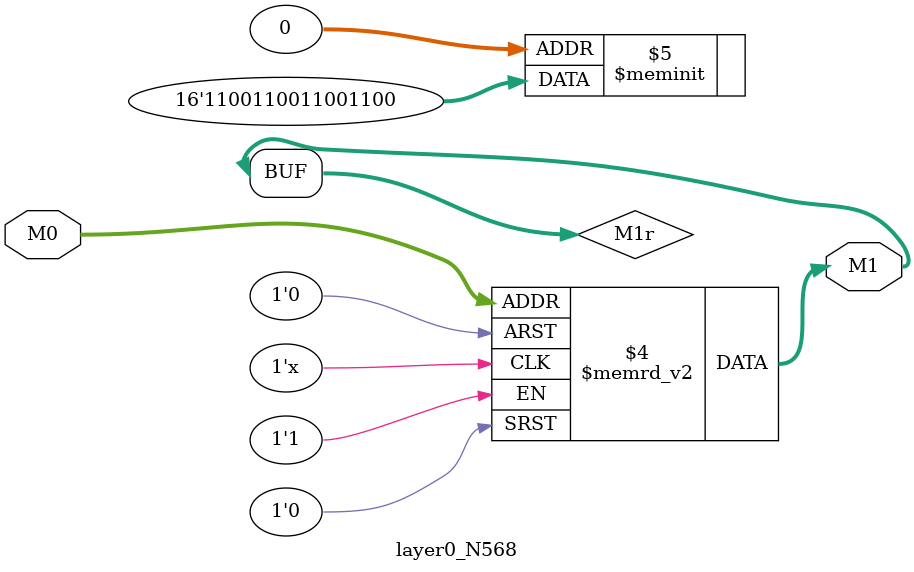
<source format=v>
module layer0_N568 ( input [2:0] M0, output [1:0] M1 );

	(*rom_style = "distributed" *) reg [1:0] M1r;
	assign M1 = M1r;
	always @ (M0) begin
		case (M0)
			3'b000: M1r = 2'b00;
			3'b100: M1r = 2'b00;
			3'b010: M1r = 2'b00;
			3'b110: M1r = 2'b00;
			3'b001: M1r = 2'b11;
			3'b101: M1r = 2'b11;
			3'b011: M1r = 2'b11;
			3'b111: M1r = 2'b11;

		endcase
	end
endmodule

</source>
